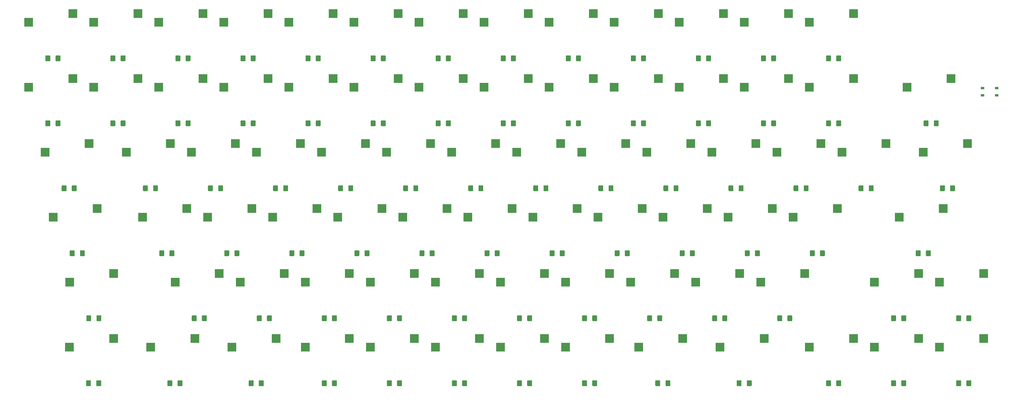
<source format=gbr>
G04 #@! TF.GenerationSoftware,KiCad,Pcbnew,(5.1.6)-1*
G04 #@! TF.CreationDate,2020-08-27T21:51:50+09:00*
G04 #@! TF.ProjectId,keyboard-layouter-playground,6b657962-6f61-4726-942d-6c61796f7574,rev?*
G04 #@! TF.SameCoordinates,Original*
G04 #@! TF.FileFunction,Paste,Bot*
G04 #@! TF.FilePolarity,Positive*
%FSLAX46Y46*%
G04 Gerber Fmt 4.6, Leading zero omitted, Abs format (unit mm)*
G04 Created by KiCad (PCBNEW (5.1.6)-1) date 2020-08-27 21:51:50*
%MOMM*%
%LPD*%
G01*
G04 APERTURE LIST*
%ADD10R,1.050000X0.650000*%
%ADD11R,2.550000X2.500000*%
G04 APERTURE END LIST*
D10*
G04 #@! TO.C,SW_RST1*
X276395000Y-16705000D03*
X272245000Y-16705000D03*
X276395000Y-18855000D03*
X272245000Y-18855000D03*
G04 #@! TD*
D11*
G04 #@! TO.C,SW69*
X259615000Y-73660000D03*
X272542000Y-71120000D03*
G04 #@! TD*
G04 #@! TO.C,D69*
G36*
G01*
X264500000Y-84825000D02*
X264500000Y-83575000D01*
G75*
G02*
X264750000Y-83325000I250000J0D01*
G01*
X265675000Y-83325000D01*
G75*
G02*
X265925000Y-83575000I0J-250000D01*
G01*
X265925000Y-84825000D01*
G75*
G02*
X265675000Y-85075000I-250000J0D01*
G01*
X264750000Y-85075000D01*
G75*
G02*
X264500000Y-84825000I0J250000D01*
G01*
G37*
G36*
G01*
X267475000Y-84825000D02*
X267475000Y-83575000D01*
G75*
G02*
X267725000Y-83325000I250000J0D01*
G01*
X268650000Y-83325000D01*
G75*
G02*
X268900000Y-83575000I0J-250000D01*
G01*
X268900000Y-84825000D01*
G75*
G02*
X268650000Y-85075000I-250000J0D01*
G01*
X267725000Y-85075000D01*
G75*
G02*
X267475000Y-84825000I0J250000D01*
G01*
G37*
G04 #@! TD*
G04 #@! TO.C,SW8*
X139192000Y5080000D03*
X126265000Y2540000D03*
G04 #@! TD*
G04 #@! TO.C,SW45*
X140552500Y-54610000D03*
X153479500Y-52070000D03*
G04 #@! TD*
G04 #@! TO.C,SW43*
X102452500Y-54610000D03*
X115379500Y-52070000D03*
G04 #@! TD*
G04 #@! TO.C,SW104*
X184435500Y-90170000D03*
X171508500Y-92710000D03*
G04 #@! TD*
G04 #@! TO.C,SW202*
X267780000Y-33020000D03*
X254853000Y-35560000D03*
G04 #@! TD*
G04 #@! TO.C,SW101*
X17748000Y-90170000D03*
X4821000Y-92710000D03*
G04 #@! TD*
G04 #@! TO.C,SW102*
X41560500Y-90170000D03*
X28633500Y-92710000D03*
G04 #@! TD*
G04 #@! TO.C,SW602*
X17822600Y-71120000D03*
X4895600Y-73660000D03*
G04 #@! TD*
G04 #@! TO.C,SW105*
X195321000Y-92710000D03*
X208248000Y-90170000D03*
G04 #@! TD*
G04 #@! TO.C,SW201*
X-2322000Y-35560000D03*
X10605000Y-33020000D03*
G04 #@! TD*
G04 #@! TO.C,SW401*
X263017000Y-13970000D03*
X250090000Y-16510000D03*
G04 #@! TD*
G04 #@! TO.C,SW601*
X247783100Y-54610000D03*
X260710100Y-52070000D03*
G04 #@! TD*
G04 #@! TO.C,SW103*
X52446000Y-92710000D03*
X65373000Y-90170000D03*
G04 #@! TD*
G04 #@! TO.C,D38*
G36*
G01*
X235925000Y-46725000D02*
X235925000Y-45475000D01*
G75*
G02*
X236175000Y-45225000I250000J0D01*
G01*
X237100000Y-45225000D01*
G75*
G02*
X237350000Y-45475000I0J-250000D01*
G01*
X237350000Y-46725000D01*
G75*
G02*
X237100000Y-46975000I-250000J0D01*
G01*
X236175000Y-46975000D01*
G75*
G02*
X235925000Y-46725000I0J250000D01*
G01*
G37*
G36*
G01*
X238900000Y-46725000D02*
X238900000Y-45475000D01*
G75*
G02*
X239150000Y-45225000I250000J0D01*
G01*
X240075000Y-45225000D01*
G75*
G02*
X240325000Y-45475000I0J-250000D01*
G01*
X240325000Y-46725000D01*
G75*
G02*
X240075000Y-46975000I-250000J0D01*
G01*
X239150000Y-46975000D01*
G75*
G02*
X238900000Y-46725000I0J250000D01*
G01*
G37*
G04 #@! TD*
G04 #@! TO.C,D40*
G36*
G01*
X53162500Y-65775000D02*
X53162500Y-64525000D01*
G75*
G02*
X53412500Y-64275000I250000J0D01*
G01*
X54337500Y-64275000D01*
G75*
G02*
X54587500Y-64525000I0J-250000D01*
G01*
X54587500Y-65775000D01*
G75*
G02*
X54337500Y-66025000I-250000J0D01*
G01*
X53412500Y-66025000D01*
G75*
G02*
X53162500Y-65775000I0J250000D01*
G01*
G37*
G36*
G01*
X50187500Y-65775000D02*
X50187500Y-64525000D01*
G75*
G02*
X50437500Y-64275000I250000J0D01*
G01*
X51362500Y-64275000D01*
G75*
G02*
X51612500Y-64525000I0J-250000D01*
G01*
X51612500Y-65775000D01*
G75*
G02*
X51362500Y-66025000I-250000J0D01*
G01*
X50437500Y-66025000D01*
G75*
G02*
X50187500Y-65775000I0J250000D01*
G01*
G37*
G04 #@! TD*
G04 #@! TO.C,D19*
G36*
G01*
X96025000Y-27675000D02*
X96025000Y-26425000D01*
G75*
G02*
X96275000Y-26175000I250000J0D01*
G01*
X97200000Y-26175000D01*
G75*
G02*
X97450000Y-26425000I0J-250000D01*
G01*
X97450000Y-27675000D01*
G75*
G02*
X97200000Y-27925000I-250000J0D01*
G01*
X96275000Y-27925000D01*
G75*
G02*
X96025000Y-27675000I0J250000D01*
G01*
G37*
G36*
G01*
X93050000Y-27675000D02*
X93050000Y-26425000D01*
G75*
G02*
X93300000Y-26175000I250000J0D01*
G01*
X94225000Y-26175000D01*
G75*
G02*
X94475000Y-26425000I0J-250000D01*
G01*
X94475000Y-27675000D01*
G75*
G02*
X94225000Y-27925000I-250000J0D01*
G01*
X93300000Y-27925000D01*
G75*
G02*
X93050000Y-27675000I0J250000D01*
G01*
G37*
G04 #@! TD*
G04 #@! TO.C,D26*
G36*
G01*
X226400000Y-27675000D02*
X226400000Y-26425000D01*
G75*
G02*
X226650000Y-26175000I250000J0D01*
G01*
X227575000Y-26175000D01*
G75*
G02*
X227825000Y-26425000I0J-250000D01*
G01*
X227825000Y-27675000D01*
G75*
G02*
X227575000Y-27925000I-250000J0D01*
G01*
X226650000Y-27925000D01*
G75*
G02*
X226400000Y-27675000I0J250000D01*
G01*
G37*
G36*
G01*
X229375000Y-27675000D02*
X229375000Y-26425000D01*
G75*
G02*
X229625000Y-26175000I250000J0D01*
G01*
X230550000Y-26175000D01*
G75*
G02*
X230800000Y-26425000I0J-250000D01*
G01*
X230800000Y-27675000D01*
G75*
G02*
X230550000Y-27925000I-250000J0D01*
G01*
X229625000Y-27925000D01*
G75*
G02*
X229375000Y-27675000I0J250000D01*
G01*
G37*
G04 #@! TD*
G04 #@! TO.C,D31*
G36*
G01*
X105550000Y-46725000D02*
X105550000Y-45475000D01*
G75*
G02*
X105800000Y-45225000I250000J0D01*
G01*
X106725000Y-45225000D01*
G75*
G02*
X106975000Y-45475000I0J-250000D01*
G01*
X106975000Y-46725000D01*
G75*
G02*
X106725000Y-46975000I-250000J0D01*
G01*
X105800000Y-46975000D01*
G75*
G02*
X105550000Y-46725000I0J250000D01*
G01*
G37*
G36*
G01*
X102575000Y-46725000D02*
X102575000Y-45475000D01*
G75*
G02*
X102825000Y-45225000I250000J0D01*
G01*
X103750000Y-45225000D01*
G75*
G02*
X104000000Y-45475000I0J-250000D01*
G01*
X104000000Y-46725000D01*
G75*
G02*
X103750000Y-46975000I-250000J0D01*
G01*
X102825000Y-46975000D01*
G75*
G02*
X102575000Y-46725000I0J250000D01*
G01*
G37*
G04 #@! TD*
G04 #@! TO.C,D32*
G36*
G01*
X124600000Y-46725000D02*
X124600000Y-45475000D01*
G75*
G02*
X124850000Y-45225000I250000J0D01*
G01*
X125775000Y-45225000D01*
G75*
G02*
X126025000Y-45475000I0J-250000D01*
G01*
X126025000Y-46725000D01*
G75*
G02*
X125775000Y-46975000I-250000J0D01*
G01*
X124850000Y-46975000D01*
G75*
G02*
X124600000Y-46725000I0J250000D01*
G01*
G37*
G36*
G01*
X121625000Y-46725000D02*
X121625000Y-45475000D01*
G75*
G02*
X121875000Y-45225000I250000J0D01*
G01*
X122800000Y-45225000D01*
G75*
G02*
X123050000Y-45475000I0J-250000D01*
G01*
X123050000Y-46725000D01*
G75*
G02*
X122800000Y-46975000I-250000J0D01*
G01*
X121875000Y-46975000D01*
G75*
G02*
X121625000Y-46725000I0J250000D01*
G01*
G37*
G04 #@! TD*
G04 #@! TO.C,D15*
G36*
G01*
X16850000Y-27675000D02*
X16850000Y-26425000D01*
G75*
G02*
X17100000Y-26175000I250000J0D01*
G01*
X18025000Y-26175000D01*
G75*
G02*
X18275000Y-26425000I0J-250000D01*
G01*
X18275000Y-27675000D01*
G75*
G02*
X18025000Y-27925000I-250000J0D01*
G01*
X17100000Y-27925000D01*
G75*
G02*
X16850000Y-27675000I0J250000D01*
G01*
G37*
G36*
G01*
X19825000Y-27675000D02*
X19825000Y-26425000D01*
G75*
G02*
X20075000Y-26175000I250000J0D01*
G01*
X21000000Y-26175000D01*
G75*
G02*
X21250000Y-26425000I0J-250000D01*
G01*
X21250000Y-27675000D01*
G75*
G02*
X21000000Y-27925000I-250000J0D01*
G01*
X20075000Y-27925000D01*
G75*
G02*
X19825000Y-27675000I0J250000D01*
G01*
G37*
G04 #@! TD*
G04 #@! TO.C,D16*
G36*
G01*
X35900000Y-27675000D02*
X35900000Y-26425000D01*
G75*
G02*
X36150000Y-26175000I250000J0D01*
G01*
X37075000Y-26175000D01*
G75*
G02*
X37325000Y-26425000I0J-250000D01*
G01*
X37325000Y-27675000D01*
G75*
G02*
X37075000Y-27925000I-250000J0D01*
G01*
X36150000Y-27925000D01*
G75*
G02*
X35900000Y-27675000I0J250000D01*
G01*
G37*
G36*
G01*
X38875000Y-27675000D02*
X38875000Y-26425000D01*
G75*
G02*
X39125000Y-26175000I250000J0D01*
G01*
X40050000Y-26175000D01*
G75*
G02*
X40300000Y-26425000I0J-250000D01*
G01*
X40300000Y-27675000D01*
G75*
G02*
X40050000Y-27925000I-250000J0D01*
G01*
X39125000Y-27925000D01*
G75*
G02*
X38875000Y-27675000I0J250000D01*
G01*
G37*
G04 #@! TD*
G04 #@! TO.C,D35*
G36*
G01*
X178775000Y-46725000D02*
X178775000Y-45475000D01*
G75*
G02*
X179025000Y-45225000I250000J0D01*
G01*
X179950000Y-45225000D01*
G75*
G02*
X180200000Y-45475000I0J-250000D01*
G01*
X180200000Y-46725000D01*
G75*
G02*
X179950000Y-46975000I-250000J0D01*
G01*
X179025000Y-46975000D01*
G75*
G02*
X178775000Y-46725000I0J250000D01*
G01*
G37*
G36*
G01*
X181750000Y-46725000D02*
X181750000Y-45475000D01*
G75*
G02*
X182000000Y-45225000I250000J0D01*
G01*
X182925000Y-45225000D01*
G75*
G02*
X183175000Y-45475000I0J-250000D01*
G01*
X183175000Y-46725000D01*
G75*
G02*
X182925000Y-46975000I-250000J0D01*
G01*
X182000000Y-46975000D01*
G75*
G02*
X181750000Y-46725000I0J250000D01*
G01*
G37*
G04 #@! TD*
G04 #@! TO.C,D30*
G36*
G01*
X86500000Y-46725000D02*
X86500000Y-45475000D01*
G75*
G02*
X86750000Y-45225000I250000J0D01*
G01*
X87675000Y-45225000D01*
G75*
G02*
X87925000Y-45475000I0J-250000D01*
G01*
X87925000Y-46725000D01*
G75*
G02*
X87675000Y-46975000I-250000J0D01*
G01*
X86750000Y-46975000D01*
G75*
G02*
X86500000Y-46725000I0J250000D01*
G01*
G37*
G36*
G01*
X83525000Y-46725000D02*
X83525000Y-45475000D01*
G75*
G02*
X83775000Y-45225000I250000J0D01*
G01*
X84700000Y-45225000D01*
G75*
G02*
X84950000Y-45475000I0J-250000D01*
G01*
X84950000Y-46725000D01*
G75*
G02*
X84700000Y-46975000I-250000J0D01*
G01*
X83775000Y-46975000D01*
G75*
G02*
X83525000Y-46725000I0J250000D01*
G01*
G37*
G04 #@! TD*
G04 #@! TO.C,D36*
G36*
G01*
X197825000Y-46725000D02*
X197825000Y-45475000D01*
G75*
G02*
X198075000Y-45225000I250000J0D01*
G01*
X199000000Y-45225000D01*
G75*
G02*
X199250000Y-45475000I0J-250000D01*
G01*
X199250000Y-46725000D01*
G75*
G02*
X199000000Y-46975000I-250000J0D01*
G01*
X198075000Y-46975000D01*
G75*
G02*
X197825000Y-46725000I0J250000D01*
G01*
G37*
G36*
G01*
X200800000Y-46725000D02*
X200800000Y-45475000D01*
G75*
G02*
X201050000Y-45225000I250000J0D01*
G01*
X201975000Y-45225000D01*
G75*
G02*
X202225000Y-45475000I0J-250000D01*
G01*
X202225000Y-46725000D01*
G75*
G02*
X201975000Y-46975000I-250000J0D01*
G01*
X201050000Y-46975000D01*
G75*
G02*
X200800000Y-46725000I0J250000D01*
G01*
G37*
G04 #@! TD*
G04 #@! TO.C,D12*
G36*
G01*
X210325000Y-8625000D02*
X210325000Y-7375000D01*
G75*
G02*
X210575000Y-7125000I250000J0D01*
G01*
X211500000Y-7125000D01*
G75*
G02*
X211750000Y-7375000I0J-250000D01*
G01*
X211750000Y-8625000D01*
G75*
G02*
X211500000Y-8875000I-250000J0D01*
G01*
X210575000Y-8875000D01*
G75*
G02*
X210325000Y-8625000I0J250000D01*
G01*
G37*
G36*
G01*
X207350000Y-8625000D02*
X207350000Y-7375000D01*
G75*
G02*
X207600000Y-7125000I250000J0D01*
G01*
X208525000Y-7125000D01*
G75*
G02*
X208775000Y-7375000I0J-250000D01*
G01*
X208775000Y-8625000D01*
G75*
G02*
X208525000Y-8875000I-250000J0D01*
G01*
X207600000Y-8875000D01*
G75*
G02*
X207350000Y-8625000I0J250000D01*
G01*
G37*
G04 #@! TD*
G04 #@! TO.C,D14*
G36*
G01*
X775000Y-27675000D02*
X775000Y-26425000D01*
G75*
G02*
X1025000Y-26175000I250000J0D01*
G01*
X1950000Y-26175000D01*
G75*
G02*
X2200000Y-26425000I0J-250000D01*
G01*
X2200000Y-27675000D01*
G75*
G02*
X1950000Y-27925000I-250000J0D01*
G01*
X1025000Y-27925000D01*
G75*
G02*
X775000Y-27675000I0J250000D01*
G01*
G37*
G36*
G01*
X-2200000Y-27675000D02*
X-2200000Y-26425000D01*
G75*
G02*
X-1950000Y-26175000I250000J0D01*
G01*
X-1025000Y-26175000D01*
G75*
G02*
X-775000Y-26425000I0J-250000D01*
G01*
X-775000Y-27675000D01*
G75*
G02*
X-1025000Y-27925000I-250000J0D01*
G01*
X-1950000Y-27925000D01*
G75*
G02*
X-2200000Y-27675000I0J250000D01*
G01*
G37*
G04 #@! TD*
G04 #@! TO.C,D17*
G36*
G01*
X54950000Y-27675000D02*
X54950000Y-26425000D01*
G75*
G02*
X55200000Y-26175000I250000J0D01*
G01*
X56125000Y-26175000D01*
G75*
G02*
X56375000Y-26425000I0J-250000D01*
G01*
X56375000Y-27675000D01*
G75*
G02*
X56125000Y-27925000I-250000J0D01*
G01*
X55200000Y-27925000D01*
G75*
G02*
X54950000Y-27675000I0J250000D01*
G01*
G37*
G36*
G01*
X57925000Y-27675000D02*
X57925000Y-26425000D01*
G75*
G02*
X58175000Y-26175000I250000J0D01*
G01*
X59100000Y-26175000D01*
G75*
G02*
X59350000Y-26425000I0J-250000D01*
G01*
X59350000Y-27675000D01*
G75*
G02*
X59100000Y-27925000I-250000J0D01*
G01*
X58175000Y-27925000D01*
G75*
G02*
X57925000Y-27675000I0J250000D01*
G01*
G37*
G04 #@! TD*
G04 #@! TO.C,D13*
G36*
G01*
X226400000Y-8625000D02*
X226400000Y-7375000D01*
G75*
G02*
X226650000Y-7125000I250000J0D01*
G01*
X227575000Y-7125000D01*
G75*
G02*
X227825000Y-7375000I0J-250000D01*
G01*
X227825000Y-8625000D01*
G75*
G02*
X227575000Y-8875000I-250000J0D01*
G01*
X226650000Y-8875000D01*
G75*
G02*
X226400000Y-8625000I0J250000D01*
G01*
G37*
G36*
G01*
X229375000Y-8625000D02*
X229375000Y-7375000D01*
G75*
G02*
X229625000Y-7125000I250000J0D01*
G01*
X230550000Y-7125000D01*
G75*
G02*
X230800000Y-7375000I0J-250000D01*
G01*
X230800000Y-8625000D01*
G75*
G02*
X230550000Y-8875000I-250000J0D01*
G01*
X229625000Y-8875000D01*
G75*
G02*
X229375000Y-8625000I0J250000D01*
G01*
G37*
G04 #@! TD*
G04 #@! TO.C,D18*
G36*
G01*
X74000000Y-27675000D02*
X74000000Y-26425000D01*
G75*
G02*
X74250000Y-26175000I250000J0D01*
G01*
X75175000Y-26175000D01*
G75*
G02*
X75425000Y-26425000I0J-250000D01*
G01*
X75425000Y-27675000D01*
G75*
G02*
X75175000Y-27925000I-250000J0D01*
G01*
X74250000Y-27925000D01*
G75*
G02*
X74000000Y-27675000I0J250000D01*
G01*
G37*
G36*
G01*
X76975000Y-27675000D02*
X76975000Y-26425000D01*
G75*
G02*
X77225000Y-26175000I250000J0D01*
G01*
X78150000Y-26175000D01*
G75*
G02*
X78400000Y-26425000I0J-250000D01*
G01*
X78400000Y-27675000D01*
G75*
G02*
X78150000Y-27925000I-250000J0D01*
G01*
X77225000Y-27925000D01*
G75*
G02*
X76975000Y-27675000I0J250000D01*
G01*
G37*
G04 #@! TD*
G04 #@! TO.C,D21*
G36*
G01*
X131150000Y-27675000D02*
X131150000Y-26425000D01*
G75*
G02*
X131400000Y-26175000I250000J0D01*
G01*
X132325000Y-26175000D01*
G75*
G02*
X132575000Y-26425000I0J-250000D01*
G01*
X132575000Y-27675000D01*
G75*
G02*
X132325000Y-27925000I-250000J0D01*
G01*
X131400000Y-27925000D01*
G75*
G02*
X131150000Y-27675000I0J250000D01*
G01*
G37*
G36*
G01*
X134125000Y-27675000D02*
X134125000Y-26425000D01*
G75*
G02*
X134375000Y-26175000I250000J0D01*
G01*
X135300000Y-26175000D01*
G75*
G02*
X135550000Y-26425000I0J-250000D01*
G01*
X135550000Y-27675000D01*
G75*
G02*
X135300000Y-27925000I-250000J0D01*
G01*
X134375000Y-27925000D01*
G75*
G02*
X134125000Y-27675000I0J250000D01*
G01*
G37*
G04 #@! TD*
G04 #@! TO.C,D23*
G36*
G01*
X169250000Y-27675000D02*
X169250000Y-26425000D01*
G75*
G02*
X169500000Y-26175000I250000J0D01*
G01*
X170425000Y-26175000D01*
G75*
G02*
X170675000Y-26425000I0J-250000D01*
G01*
X170675000Y-27675000D01*
G75*
G02*
X170425000Y-27925000I-250000J0D01*
G01*
X169500000Y-27925000D01*
G75*
G02*
X169250000Y-27675000I0J250000D01*
G01*
G37*
G36*
G01*
X172225000Y-27675000D02*
X172225000Y-26425000D01*
G75*
G02*
X172475000Y-26175000I250000J0D01*
G01*
X173400000Y-26175000D01*
G75*
G02*
X173650000Y-26425000I0J-250000D01*
G01*
X173650000Y-27675000D01*
G75*
G02*
X173400000Y-27925000I-250000J0D01*
G01*
X172475000Y-27925000D01*
G75*
G02*
X172225000Y-27675000I0J250000D01*
G01*
G37*
G04 #@! TD*
G04 #@! TO.C,D27*
G36*
G01*
X29350000Y-46725000D02*
X29350000Y-45475000D01*
G75*
G02*
X29600000Y-45225000I250000J0D01*
G01*
X30525000Y-45225000D01*
G75*
G02*
X30775000Y-45475000I0J-250000D01*
G01*
X30775000Y-46725000D01*
G75*
G02*
X30525000Y-46975000I-250000J0D01*
G01*
X29600000Y-46975000D01*
G75*
G02*
X29350000Y-46725000I0J250000D01*
G01*
G37*
G36*
G01*
X26375000Y-46725000D02*
X26375000Y-45475000D01*
G75*
G02*
X26625000Y-45225000I250000J0D01*
G01*
X27550000Y-45225000D01*
G75*
G02*
X27800000Y-45475000I0J-250000D01*
G01*
X27800000Y-46725000D01*
G75*
G02*
X27550000Y-46975000I-250000J0D01*
G01*
X26625000Y-46975000D01*
G75*
G02*
X26375000Y-46725000I0J250000D01*
G01*
G37*
G04 #@! TD*
G04 #@! TO.C,D28*
G36*
G01*
X48400000Y-46725000D02*
X48400000Y-45475000D01*
G75*
G02*
X48650000Y-45225000I250000J0D01*
G01*
X49575000Y-45225000D01*
G75*
G02*
X49825000Y-45475000I0J-250000D01*
G01*
X49825000Y-46725000D01*
G75*
G02*
X49575000Y-46975000I-250000J0D01*
G01*
X48650000Y-46975000D01*
G75*
G02*
X48400000Y-46725000I0J250000D01*
G01*
G37*
G36*
G01*
X45425000Y-46725000D02*
X45425000Y-45475000D01*
G75*
G02*
X45675000Y-45225000I250000J0D01*
G01*
X46600000Y-45225000D01*
G75*
G02*
X46850000Y-45475000I0J-250000D01*
G01*
X46850000Y-46725000D01*
G75*
G02*
X46600000Y-46975000I-250000J0D01*
G01*
X45675000Y-46975000D01*
G75*
G02*
X45425000Y-46725000I0J250000D01*
G01*
G37*
G04 #@! TD*
G04 #@! TO.C,D22*
G36*
G01*
X150200000Y-27675000D02*
X150200000Y-26425000D01*
G75*
G02*
X150450000Y-26175000I250000J0D01*
G01*
X151375000Y-26175000D01*
G75*
G02*
X151625000Y-26425000I0J-250000D01*
G01*
X151625000Y-27675000D01*
G75*
G02*
X151375000Y-27925000I-250000J0D01*
G01*
X150450000Y-27925000D01*
G75*
G02*
X150200000Y-27675000I0J250000D01*
G01*
G37*
G36*
G01*
X153175000Y-27675000D02*
X153175000Y-26425000D01*
G75*
G02*
X153425000Y-26175000I250000J0D01*
G01*
X154350000Y-26175000D01*
G75*
G02*
X154600000Y-26425000I0J-250000D01*
G01*
X154600000Y-27675000D01*
G75*
G02*
X154350000Y-27925000I-250000J0D01*
G01*
X153425000Y-27925000D01*
G75*
G02*
X153175000Y-27675000I0J250000D01*
G01*
G37*
G04 #@! TD*
G04 #@! TO.C,D29*
G36*
G01*
X67450000Y-46725000D02*
X67450000Y-45475000D01*
G75*
G02*
X67700000Y-45225000I250000J0D01*
G01*
X68625000Y-45225000D01*
G75*
G02*
X68875000Y-45475000I0J-250000D01*
G01*
X68875000Y-46725000D01*
G75*
G02*
X68625000Y-46975000I-250000J0D01*
G01*
X67700000Y-46975000D01*
G75*
G02*
X67450000Y-46725000I0J250000D01*
G01*
G37*
G36*
G01*
X64475000Y-46725000D02*
X64475000Y-45475000D01*
G75*
G02*
X64725000Y-45225000I250000J0D01*
G01*
X65650000Y-45225000D01*
G75*
G02*
X65900000Y-45475000I0J-250000D01*
G01*
X65900000Y-46725000D01*
G75*
G02*
X65650000Y-46975000I-250000J0D01*
G01*
X64725000Y-46975000D01*
G75*
G02*
X64475000Y-46725000I0J250000D01*
G01*
G37*
G04 #@! TD*
G04 #@! TO.C,D25*
G36*
G01*
X207350000Y-27675000D02*
X207350000Y-26425000D01*
G75*
G02*
X207600000Y-26175000I250000J0D01*
G01*
X208525000Y-26175000D01*
G75*
G02*
X208775000Y-26425000I0J-250000D01*
G01*
X208775000Y-27675000D01*
G75*
G02*
X208525000Y-27925000I-250000J0D01*
G01*
X207600000Y-27925000D01*
G75*
G02*
X207350000Y-27675000I0J250000D01*
G01*
G37*
G36*
G01*
X210325000Y-27675000D02*
X210325000Y-26425000D01*
G75*
G02*
X210575000Y-26175000I250000J0D01*
G01*
X211500000Y-26175000D01*
G75*
G02*
X211750000Y-26425000I0J-250000D01*
G01*
X211750000Y-27675000D01*
G75*
G02*
X211500000Y-27925000I-250000J0D01*
G01*
X210575000Y-27925000D01*
G75*
G02*
X210325000Y-27675000I0J250000D01*
G01*
G37*
G04 #@! TD*
G04 #@! TO.C,D33*
G36*
G01*
X140675000Y-46725000D02*
X140675000Y-45475000D01*
G75*
G02*
X140925000Y-45225000I250000J0D01*
G01*
X141850000Y-45225000D01*
G75*
G02*
X142100000Y-45475000I0J-250000D01*
G01*
X142100000Y-46725000D01*
G75*
G02*
X141850000Y-46975000I-250000J0D01*
G01*
X140925000Y-46975000D01*
G75*
G02*
X140675000Y-46725000I0J250000D01*
G01*
G37*
G36*
G01*
X143650000Y-46725000D02*
X143650000Y-45475000D01*
G75*
G02*
X143900000Y-45225000I250000J0D01*
G01*
X144825000Y-45225000D01*
G75*
G02*
X145075000Y-45475000I0J-250000D01*
G01*
X145075000Y-46725000D01*
G75*
G02*
X144825000Y-46975000I-250000J0D01*
G01*
X143900000Y-46975000D01*
G75*
G02*
X143650000Y-46725000I0J250000D01*
G01*
G37*
G04 #@! TD*
G04 #@! TO.C,D20*
G36*
G01*
X112100000Y-27675000D02*
X112100000Y-26425000D01*
G75*
G02*
X112350000Y-26175000I250000J0D01*
G01*
X113275000Y-26175000D01*
G75*
G02*
X113525000Y-26425000I0J-250000D01*
G01*
X113525000Y-27675000D01*
G75*
G02*
X113275000Y-27925000I-250000J0D01*
G01*
X112350000Y-27925000D01*
G75*
G02*
X112100000Y-27675000I0J250000D01*
G01*
G37*
G36*
G01*
X115075000Y-27675000D02*
X115075000Y-26425000D01*
G75*
G02*
X115325000Y-26175000I250000J0D01*
G01*
X116250000Y-26175000D01*
G75*
G02*
X116500000Y-26425000I0J-250000D01*
G01*
X116500000Y-27675000D01*
G75*
G02*
X116250000Y-27925000I-250000J0D01*
G01*
X115325000Y-27925000D01*
G75*
G02*
X115075000Y-27675000I0J250000D01*
G01*
G37*
G04 #@! TD*
G04 #@! TO.C,D34*
G36*
G01*
X162700000Y-46725000D02*
X162700000Y-45475000D01*
G75*
G02*
X162950000Y-45225000I250000J0D01*
G01*
X163875000Y-45225000D01*
G75*
G02*
X164125000Y-45475000I0J-250000D01*
G01*
X164125000Y-46725000D01*
G75*
G02*
X163875000Y-46975000I-250000J0D01*
G01*
X162950000Y-46975000D01*
G75*
G02*
X162700000Y-46725000I0J250000D01*
G01*
G37*
G36*
G01*
X159725000Y-46725000D02*
X159725000Y-45475000D01*
G75*
G02*
X159975000Y-45225000I250000J0D01*
G01*
X160900000Y-45225000D01*
G75*
G02*
X161150000Y-45475000I0J-250000D01*
G01*
X161150000Y-46725000D01*
G75*
G02*
X160900000Y-46975000I-250000J0D01*
G01*
X159975000Y-46975000D01*
G75*
G02*
X159725000Y-46725000I0J250000D01*
G01*
G37*
G04 #@! TD*
G04 #@! TO.C,D37*
G36*
G01*
X216875000Y-46725000D02*
X216875000Y-45475000D01*
G75*
G02*
X217125000Y-45225000I250000J0D01*
G01*
X218050000Y-45225000D01*
G75*
G02*
X218300000Y-45475000I0J-250000D01*
G01*
X218300000Y-46725000D01*
G75*
G02*
X218050000Y-46975000I-250000J0D01*
G01*
X217125000Y-46975000D01*
G75*
G02*
X216875000Y-46725000I0J250000D01*
G01*
G37*
G36*
G01*
X219850000Y-46725000D02*
X219850000Y-45475000D01*
G75*
G02*
X220100000Y-45225000I250000J0D01*
G01*
X221025000Y-45225000D01*
G75*
G02*
X221275000Y-45475000I0J-250000D01*
G01*
X221275000Y-46725000D01*
G75*
G02*
X221025000Y-46975000I-250000J0D01*
G01*
X220100000Y-46975000D01*
G75*
G02*
X219850000Y-46725000I0J250000D01*
G01*
G37*
G04 #@! TD*
G04 #@! TO.C,D24*
G36*
G01*
X188300000Y-27675000D02*
X188300000Y-26425000D01*
G75*
G02*
X188550000Y-26175000I250000J0D01*
G01*
X189475000Y-26175000D01*
G75*
G02*
X189725000Y-26425000I0J-250000D01*
G01*
X189725000Y-27675000D01*
G75*
G02*
X189475000Y-27925000I-250000J0D01*
G01*
X188550000Y-27925000D01*
G75*
G02*
X188300000Y-27675000I0J250000D01*
G01*
G37*
G36*
G01*
X191275000Y-27675000D02*
X191275000Y-26425000D01*
G75*
G02*
X191525000Y-26175000I250000J0D01*
G01*
X192450000Y-26175000D01*
G75*
G02*
X192700000Y-26425000I0J-250000D01*
G01*
X192700000Y-27675000D01*
G75*
G02*
X192450000Y-27925000I-250000J0D01*
G01*
X191525000Y-27925000D01*
G75*
G02*
X191275000Y-27675000I0J250000D01*
G01*
G37*
G04 #@! TD*
G04 #@! TO.C,D39*
G36*
G01*
X31137500Y-65775000D02*
X31137500Y-64525000D01*
G75*
G02*
X31387500Y-64275000I250000J0D01*
G01*
X32312500Y-64275000D01*
G75*
G02*
X32562500Y-64525000I0J-250000D01*
G01*
X32562500Y-65775000D01*
G75*
G02*
X32312500Y-66025000I-250000J0D01*
G01*
X31387500Y-66025000D01*
G75*
G02*
X31137500Y-65775000I0J250000D01*
G01*
G37*
G36*
G01*
X34112500Y-65775000D02*
X34112500Y-64525000D01*
G75*
G02*
X34362500Y-64275000I250000J0D01*
G01*
X35287500Y-64275000D01*
G75*
G02*
X35537500Y-64525000I0J-250000D01*
G01*
X35537500Y-65775000D01*
G75*
G02*
X35287500Y-66025000I-250000J0D01*
G01*
X34362500Y-66025000D01*
G75*
G02*
X34112500Y-65775000I0J250000D01*
G01*
G37*
G04 #@! TD*
G04 #@! TO.C,D42*
G36*
G01*
X88287500Y-65775000D02*
X88287500Y-64525000D01*
G75*
G02*
X88537500Y-64275000I250000J0D01*
G01*
X89462500Y-64275000D01*
G75*
G02*
X89712500Y-64525000I0J-250000D01*
G01*
X89712500Y-65775000D01*
G75*
G02*
X89462500Y-66025000I-250000J0D01*
G01*
X88537500Y-66025000D01*
G75*
G02*
X88287500Y-65775000I0J250000D01*
G01*
G37*
G36*
G01*
X91262500Y-65775000D02*
X91262500Y-64525000D01*
G75*
G02*
X91512500Y-64275000I250000J0D01*
G01*
X92437500Y-64275000D01*
G75*
G02*
X92687500Y-64525000I0J-250000D01*
G01*
X92687500Y-65775000D01*
G75*
G02*
X92437500Y-66025000I-250000J0D01*
G01*
X91512500Y-66025000D01*
G75*
G02*
X91262500Y-65775000I0J250000D01*
G01*
G37*
G04 #@! TD*
G04 #@! TO.C,D50*
G36*
G01*
X43637500Y-84825000D02*
X43637500Y-83575000D01*
G75*
G02*
X43887500Y-83325000I250000J0D01*
G01*
X44812500Y-83325000D01*
G75*
G02*
X45062500Y-83575000I0J-250000D01*
G01*
X45062500Y-84825000D01*
G75*
G02*
X44812500Y-85075000I-250000J0D01*
G01*
X43887500Y-85075000D01*
G75*
G02*
X43637500Y-84825000I0J250000D01*
G01*
G37*
G36*
G01*
X40662500Y-84825000D02*
X40662500Y-83575000D01*
G75*
G02*
X40912500Y-83325000I250000J0D01*
G01*
X41837500Y-83325000D01*
G75*
G02*
X42087500Y-83575000I0J-250000D01*
G01*
X42087500Y-84825000D01*
G75*
G02*
X41837500Y-85075000I-250000J0D01*
G01*
X40912500Y-85075000D01*
G75*
G02*
X40662500Y-84825000I0J250000D01*
G01*
G37*
G04 #@! TD*
G04 #@! TO.C,D51*
G36*
G01*
X62687500Y-84825000D02*
X62687500Y-83575000D01*
G75*
G02*
X62937500Y-83325000I250000J0D01*
G01*
X63862500Y-83325000D01*
G75*
G02*
X64112500Y-83575000I0J-250000D01*
G01*
X64112500Y-84825000D01*
G75*
G02*
X63862500Y-85075000I-250000J0D01*
G01*
X62937500Y-85075000D01*
G75*
G02*
X62687500Y-84825000I0J250000D01*
G01*
G37*
G36*
G01*
X59712500Y-84825000D02*
X59712500Y-83575000D01*
G75*
G02*
X59962500Y-83325000I250000J0D01*
G01*
X60887500Y-83325000D01*
G75*
G02*
X61137500Y-83575000I0J-250000D01*
G01*
X61137500Y-84825000D01*
G75*
G02*
X60887500Y-85075000I-250000J0D01*
G01*
X59962500Y-85075000D01*
G75*
G02*
X59712500Y-84825000I0J250000D01*
G01*
G37*
G04 #@! TD*
G04 #@! TO.C,D59*
G36*
G01*
X215087500Y-84825000D02*
X215087500Y-83575000D01*
G75*
G02*
X215337500Y-83325000I250000J0D01*
G01*
X216262500Y-83325000D01*
G75*
G02*
X216512500Y-83575000I0J-250000D01*
G01*
X216512500Y-84825000D01*
G75*
G02*
X216262500Y-85075000I-250000J0D01*
G01*
X215337500Y-85075000D01*
G75*
G02*
X215087500Y-84825000I0J250000D01*
G01*
G37*
G36*
G01*
X212112500Y-84825000D02*
X212112500Y-83575000D01*
G75*
G02*
X212362500Y-83325000I250000J0D01*
G01*
X213287500Y-83325000D01*
G75*
G02*
X213537500Y-83575000I0J-250000D01*
G01*
X213537500Y-84825000D01*
G75*
G02*
X213287500Y-85075000I-250000J0D01*
G01*
X212362500Y-85075000D01*
G75*
G02*
X212112500Y-84825000I0J250000D01*
G01*
G37*
G04 #@! TD*
G04 #@! TO.C,D63*
G36*
G01*
X135912500Y-103875000D02*
X135912500Y-102625000D01*
G75*
G02*
X136162500Y-102375000I250000J0D01*
G01*
X137087500Y-102375000D01*
G75*
G02*
X137337500Y-102625000I0J-250000D01*
G01*
X137337500Y-103875000D01*
G75*
G02*
X137087500Y-104125000I-250000J0D01*
G01*
X136162500Y-104125000D01*
G75*
G02*
X135912500Y-103875000I0J250000D01*
G01*
G37*
G36*
G01*
X138887500Y-103875000D02*
X138887500Y-102625000D01*
G75*
G02*
X139137500Y-102375000I250000J0D01*
G01*
X140062500Y-102375000D01*
G75*
G02*
X140312500Y-102625000I0J-250000D01*
G01*
X140312500Y-103875000D01*
G75*
G02*
X140062500Y-104125000I-250000J0D01*
G01*
X139137500Y-104125000D01*
G75*
G02*
X138887500Y-103875000I0J250000D01*
G01*
G37*
G04 #@! TD*
G04 #@! TO.C,D43*
G36*
G01*
X107337500Y-65775000D02*
X107337500Y-64525000D01*
G75*
G02*
X107587500Y-64275000I250000J0D01*
G01*
X108512500Y-64275000D01*
G75*
G02*
X108762500Y-64525000I0J-250000D01*
G01*
X108762500Y-65775000D01*
G75*
G02*
X108512500Y-66025000I-250000J0D01*
G01*
X107587500Y-66025000D01*
G75*
G02*
X107337500Y-65775000I0J250000D01*
G01*
G37*
G36*
G01*
X110312500Y-65775000D02*
X110312500Y-64525000D01*
G75*
G02*
X110562500Y-64275000I250000J0D01*
G01*
X111487500Y-64275000D01*
G75*
G02*
X111737500Y-64525000I0J-250000D01*
G01*
X111737500Y-65775000D01*
G75*
G02*
X111487500Y-66025000I-250000J0D01*
G01*
X110562500Y-66025000D01*
G75*
G02*
X110312500Y-65775000I0J250000D01*
G01*
G37*
G04 #@! TD*
G04 #@! TO.C,D44*
G36*
G01*
X126387500Y-65775000D02*
X126387500Y-64525000D01*
G75*
G02*
X126637500Y-64275000I250000J0D01*
G01*
X127562500Y-64275000D01*
G75*
G02*
X127812500Y-64525000I0J-250000D01*
G01*
X127812500Y-65775000D01*
G75*
G02*
X127562500Y-66025000I-250000J0D01*
G01*
X126637500Y-66025000D01*
G75*
G02*
X126387500Y-65775000I0J250000D01*
G01*
G37*
G36*
G01*
X129362500Y-65775000D02*
X129362500Y-64525000D01*
G75*
G02*
X129612500Y-64275000I250000J0D01*
G01*
X130537500Y-64275000D01*
G75*
G02*
X130787500Y-64525000I0J-250000D01*
G01*
X130787500Y-65775000D01*
G75*
G02*
X130537500Y-66025000I-250000J0D01*
G01*
X129612500Y-66025000D01*
G75*
G02*
X129362500Y-65775000I0J250000D01*
G01*
G37*
G04 #@! TD*
G04 #@! TO.C,D64*
G36*
G01*
X154962500Y-103875000D02*
X154962500Y-102625000D01*
G75*
G02*
X155212500Y-102375000I250000J0D01*
G01*
X156137500Y-102375000D01*
G75*
G02*
X156387500Y-102625000I0J-250000D01*
G01*
X156387500Y-103875000D01*
G75*
G02*
X156137500Y-104125000I-250000J0D01*
G01*
X155212500Y-104125000D01*
G75*
G02*
X154962500Y-103875000I0J250000D01*
G01*
G37*
G36*
G01*
X157937500Y-103875000D02*
X157937500Y-102625000D01*
G75*
G02*
X158187500Y-102375000I250000J0D01*
G01*
X159112500Y-102375000D01*
G75*
G02*
X159362500Y-102625000I0J-250000D01*
G01*
X159362500Y-103875000D01*
G75*
G02*
X159112500Y-104125000I-250000J0D01*
G01*
X158187500Y-104125000D01*
G75*
G02*
X157937500Y-103875000I0J250000D01*
G01*
G37*
G04 #@! TD*
G04 #@! TO.C,D65*
G36*
G01*
X248425000Y-84825000D02*
X248425000Y-83575000D01*
G75*
G02*
X248675000Y-83325000I250000J0D01*
G01*
X249600000Y-83325000D01*
G75*
G02*
X249850000Y-83575000I0J-250000D01*
G01*
X249850000Y-84825000D01*
G75*
G02*
X249600000Y-85075000I-250000J0D01*
G01*
X248675000Y-85075000D01*
G75*
G02*
X248425000Y-84825000I0J250000D01*
G01*
G37*
G36*
G01*
X245450000Y-84825000D02*
X245450000Y-83575000D01*
G75*
G02*
X245700000Y-83325000I250000J0D01*
G01*
X246625000Y-83325000D01*
G75*
G02*
X246875000Y-83575000I0J-250000D01*
G01*
X246875000Y-84825000D01*
G75*
G02*
X246625000Y-85075000I-250000J0D01*
G01*
X245700000Y-85075000D01*
G75*
G02*
X245450000Y-84825000I0J250000D01*
G01*
G37*
G04 #@! TD*
G04 #@! TO.C,D48*
G36*
G01*
X205562500Y-65775000D02*
X205562500Y-64525000D01*
G75*
G02*
X205812500Y-64275000I250000J0D01*
G01*
X206737500Y-64275000D01*
G75*
G02*
X206987500Y-64525000I0J-250000D01*
G01*
X206987500Y-65775000D01*
G75*
G02*
X206737500Y-66025000I-250000J0D01*
G01*
X205812500Y-66025000D01*
G75*
G02*
X205562500Y-65775000I0J250000D01*
G01*
G37*
G36*
G01*
X202587500Y-65775000D02*
X202587500Y-64525000D01*
G75*
G02*
X202837500Y-64275000I250000J0D01*
G01*
X203762500Y-64275000D01*
G75*
G02*
X204012500Y-64525000I0J-250000D01*
G01*
X204012500Y-65775000D01*
G75*
G02*
X203762500Y-66025000I-250000J0D01*
G01*
X202837500Y-66025000D01*
G75*
G02*
X202587500Y-65775000I0J250000D01*
G01*
G37*
G04 #@! TD*
G04 #@! TO.C,D61*
G36*
G01*
X97812500Y-103875000D02*
X97812500Y-102625000D01*
G75*
G02*
X98062500Y-102375000I250000J0D01*
G01*
X98987500Y-102375000D01*
G75*
G02*
X99237500Y-102625000I0J-250000D01*
G01*
X99237500Y-103875000D01*
G75*
G02*
X98987500Y-104125000I-250000J0D01*
G01*
X98062500Y-104125000D01*
G75*
G02*
X97812500Y-103875000I0J250000D01*
G01*
G37*
G36*
G01*
X100787500Y-103875000D02*
X100787500Y-102625000D01*
G75*
G02*
X101037500Y-102375000I250000J0D01*
G01*
X101962500Y-102375000D01*
G75*
G02*
X102212500Y-102625000I0J-250000D01*
G01*
X102212500Y-103875000D01*
G75*
G02*
X101962500Y-104125000I-250000J0D01*
G01*
X101037500Y-104125000D01*
G75*
G02*
X100787500Y-103875000I0J250000D01*
G01*
G37*
G04 #@! TD*
G04 #@! TO.C,D62*
G36*
G01*
X116862500Y-103875000D02*
X116862500Y-102625000D01*
G75*
G02*
X117112500Y-102375000I250000J0D01*
G01*
X118037500Y-102375000D01*
G75*
G02*
X118287500Y-102625000I0J-250000D01*
G01*
X118287500Y-103875000D01*
G75*
G02*
X118037500Y-104125000I-250000J0D01*
G01*
X117112500Y-104125000D01*
G75*
G02*
X116862500Y-103875000I0J250000D01*
G01*
G37*
G36*
G01*
X119837500Y-103875000D02*
X119837500Y-102625000D01*
G75*
G02*
X120087500Y-102375000I250000J0D01*
G01*
X121012500Y-102375000D01*
G75*
G02*
X121262500Y-102625000I0J-250000D01*
G01*
X121262500Y-103875000D01*
G75*
G02*
X121012500Y-104125000I-250000J0D01*
G01*
X120087500Y-104125000D01*
G75*
G02*
X119837500Y-103875000I0J250000D01*
G01*
G37*
G04 #@! TD*
G04 #@! TO.C,D66*
G36*
G01*
X229375000Y-103875000D02*
X229375000Y-102625000D01*
G75*
G02*
X229625000Y-102375000I250000J0D01*
G01*
X230550000Y-102375000D01*
G75*
G02*
X230800000Y-102625000I0J-250000D01*
G01*
X230800000Y-103875000D01*
G75*
G02*
X230550000Y-104125000I-250000J0D01*
G01*
X229625000Y-104125000D01*
G75*
G02*
X229375000Y-103875000I0J250000D01*
G01*
G37*
G36*
G01*
X226400000Y-103875000D02*
X226400000Y-102625000D01*
G75*
G02*
X226650000Y-102375000I250000J0D01*
G01*
X227575000Y-102375000D01*
G75*
G02*
X227825000Y-102625000I0J-250000D01*
G01*
X227825000Y-103875000D01*
G75*
G02*
X227575000Y-104125000I-250000J0D01*
G01*
X226650000Y-104125000D01*
G75*
G02*
X226400000Y-103875000I0J250000D01*
G01*
G37*
G04 #@! TD*
G04 #@! TO.C,D60*
G36*
G01*
X81737500Y-103875000D02*
X81737500Y-102625000D01*
G75*
G02*
X81987500Y-102375000I250000J0D01*
G01*
X82912500Y-102375000D01*
G75*
G02*
X83162500Y-102625000I0J-250000D01*
G01*
X83162500Y-103875000D01*
G75*
G02*
X82912500Y-104125000I-250000J0D01*
G01*
X81987500Y-104125000D01*
G75*
G02*
X81737500Y-103875000I0J250000D01*
G01*
G37*
G36*
G01*
X78762500Y-103875000D02*
X78762500Y-102625000D01*
G75*
G02*
X79012500Y-102375000I250000J0D01*
G01*
X79937500Y-102375000D01*
G75*
G02*
X80187500Y-102625000I0J-250000D01*
G01*
X80187500Y-103875000D01*
G75*
G02*
X79937500Y-104125000I-250000J0D01*
G01*
X79012500Y-104125000D01*
G75*
G02*
X78762500Y-103875000I0J250000D01*
G01*
G37*
G04 #@! TD*
G04 #@! TO.C,D67*
G36*
G01*
X248425000Y-103875000D02*
X248425000Y-102625000D01*
G75*
G02*
X248675000Y-102375000I250000J0D01*
G01*
X249600000Y-102375000D01*
G75*
G02*
X249850000Y-102625000I0J-250000D01*
G01*
X249850000Y-103875000D01*
G75*
G02*
X249600000Y-104125000I-250000J0D01*
G01*
X248675000Y-104125000D01*
G75*
G02*
X248425000Y-103875000I0J250000D01*
G01*
G37*
G36*
G01*
X245450000Y-103875000D02*
X245450000Y-102625000D01*
G75*
G02*
X245700000Y-102375000I250000J0D01*
G01*
X246625000Y-102375000D01*
G75*
G02*
X246875000Y-102625000I0J-250000D01*
G01*
X246875000Y-103875000D01*
G75*
G02*
X246625000Y-104125000I-250000J0D01*
G01*
X245700000Y-104125000D01*
G75*
G02*
X245450000Y-103875000I0J250000D01*
G01*
G37*
G04 #@! TD*
G04 #@! TO.C,D56*
G36*
G01*
X154962500Y-84825000D02*
X154962500Y-83575000D01*
G75*
G02*
X155212500Y-83325000I250000J0D01*
G01*
X156137500Y-83325000D01*
G75*
G02*
X156387500Y-83575000I0J-250000D01*
G01*
X156387500Y-84825000D01*
G75*
G02*
X156137500Y-85075000I-250000J0D01*
G01*
X155212500Y-85075000D01*
G75*
G02*
X154962500Y-84825000I0J250000D01*
G01*
G37*
G36*
G01*
X157937500Y-84825000D02*
X157937500Y-83575000D01*
G75*
G02*
X158187500Y-83325000I250000J0D01*
G01*
X159112500Y-83325000D01*
G75*
G02*
X159362500Y-83575000I0J-250000D01*
G01*
X159362500Y-84825000D01*
G75*
G02*
X159112500Y-85075000I-250000J0D01*
G01*
X158187500Y-85075000D01*
G75*
G02*
X157937500Y-84825000I0J250000D01*
G01*
G37*
G04 #@! TD*
G04 #@! TO.C,D45*
G36*
G01*
X145437500Y-65775000D02*
X145437500Y-64525000D01*
G75*
G02*
X145687500Y-64275000I250000J0D01*
G01*
X146612500Y-64275000D01*
G75*
G02*
X146862500Y-64525000I0J-250000D01*
G01*
X146862500Y-65775000D01*
G75*
G02*
X146612500Y-66025000I-250000J0D01*
G01*
X145687500Y-66025000D01*
G75*
G02*
X145437500Y-65775000I0J250000D01*
G01*
G37*
G36*
G01*
X148412500Y-65775000D02*
X148412500Y-64525000D01*
G75*
G02*
X148662500Y-64275000I250000J0D01*
G01*
X149587500Y-64275000D01*
G75*
G02*
X149837500Y-64525000I0J-250000D01*
G01*
X149837500Y-65775000D01*
G75*
G02*
X149587500Y-66025000I-250000J0D01*
G01*
X148662500Y-66025000D01*
G75*
G02*
X148412500Y-65775000I0J250000D01*
G01*
G37*
G04 #@! TD*
G04 #@! TO.C,D58*
G36*
G01*
X193062500Y-84825000D02*
X193062500Y-83575000D01*
G75*
G02*
X193312500Y-83325000I250000J0D01*
G01*
X194237500Y-83325000D01*
G75*
G02*
X194487500Y-83575000I0J-250000D01*
G01*
X194487500Y-84825000D01*
G75*
G02*
X194237500Y-85075000I-250000J0D01*
G01*
X193312500Y-85075000D01*
G75*
G02*
X193062500Y-84825000I0J250000D01*
G01*
G37*
G36*
G01*
X196037500Y-84825000D02*
X196037500Y-83575000D01*
G75*
G02*
X196287500Y-83325000I250000J0D01*
G01*
X197212500Y-83325000D01*
G75*
G02*
X197462500Y-83575000I0J-250000D01*
G01*
X197462500Y-84825000D01*
G75*
G02*
X197212500Y-85075000I-250000J0D01*
G01*
X196287500Y-85075000D01*
G75*
G02*
X196037500Y-84825000I0J250000D01*
G01*
G37*
G04 #@! TD*
G04 #@! TO.C,D46*
G36*
G01*
X167462500Y-65775000D02*
X167462500Y-64525000D01*
G75*
G02*
X167712500Y-64275000I250000J0D01*
G01*
X168637500Y-64275000D01*
G75*
G02*
X168887500Y-64525000I0J-250000D01*
G01*
X168887500Y-65775000D01*
G75*
G02*
X168637500Y-66025000I-250000J0D01*
G01*
X167712500Y-66025000D01*
G75*
G02*
X167462500Y-65775000I0J250000D01*
G01*
G37*
G36*
G01*
X164487500Y-65775000D02*
X164487500Y-64525000D01*
G75*
G02*
X164737500Y-64275000I250000J0D01*
G01*
X165662500Y-64275000D01*
G75*
G02*
X165912500Y-64525000I0J-250000D01*
G01*
X165912500Y-65775000D01*
G75*
G02*
X165662500Y-66025000I-250000J0D01*
G01*
X164737500Y-66025000D01*
G75*
G02*
X164487500Y-65775000I0J250000D01*
G01*
G37*
G04 #@! TD*
G04 #@! TO.C,D53*
G36*
G01*
X97812500Y-84825000D02*
X97812500Y-83575000D01*
G75*
G02*
X98062500Y-83325000I250000J0D01*
G01*
X98987500Y-83325000D01*
G75*
G02*
X99237500Y-83575000I0J-250000D01*
G01*
X99237500Y-84825000D01*
G75*
G02*
X98987500Y-85075000I-250000J0D01*
G01*
X98062500Y-85075000D01*
G75*
G02*
X97812500Y-84825000I0J250000D01*
G01*
G37*
G36*
G01*
X100787500Y-84825000D02*
X100787500Y-83575000D01*
G75*
G02*
X101037500Y-83325000I250000J0D01*
G01*
X101962500Y-83325000D01*
G75*
G02*
X102212500Y-83575000I0J-250000D01*
G01*
X102212500Y-84825000D01*
G75*
G02*
X101962500Y-85075000I-250000J0D01*
G01*
X101037500Y-85075000D01*
G75*
G02*
X100787500Y-84825000I0J250000D01*
G01*
G37*
G04 #@! TD*
G04 #@! TO.C,D55*
G36*
G01*
X135912500Y-84825000D02*
X135912500Y-83575000D01*
G75*
G02*
X136162500Y-83325000I250000J0D01*
G01*
X137087500Y-83325000D01*
G75*
G02*
X137337500Y-83575000I0J-250000D01*
G01*
X137337500Y-84825000D01*
G75*
G02*
X137087500Y-85075000I-250000J0D01*
G01*
X136162500Y-85075000D01*
G75*
G02*
X135912500Y-84825000I0J250000D01*
G01*
G37*
G36*
G01*
X138887500Y-84825000D02*
X138887500Y-83575000D01*
G75*
G02*
X139137500Y-83325000I250000J0D01*
G01*
X140062500Y-83325000D01*
G75*
G02*
X140312500Y-83575000I0J-250000D01*
G01*
X140312500Y-84825000D01*
G75*
G02*
X140062500Y-85075000I-250000J0D01*
G01*
X139137500Y-85075000D01*
G75*
G02*
X138887500Y-84825000I0J250000D01*
G01*
G37*
G04 #@! TD*
G04 #@! TO.C,D52*
G36*
G01*
X81737500Y-84825000D02*
X81737500Y-83575000D01*
G75*
G02*
X81987500Y-83325000I250000J0D01*
G01*
X82912500Y-83325000D01*
G75*
G02*
X83162500Y-83575000I0J-250000D01*
G01*
X83162500Y-84825000D01*
G75*
G02*
X82912500Y-85075000I-250000J0D01*
G01*
X81987500Y-85075000D01*
G75*
G02*
X81737500Y-84825000I0J250000D01*
G01*
G37*
G36*
G01*
X78762500Y-84825000D02*
X78762500Y-83575000D01*
G75*
G02*
X79012500Y-83325000I250000J0D01*
G01*
X79937500Y-83325000D01*
G75*
G02*
X80187500Y-83575000I0J-250000D01*
G01*
X80187500Y-84825000D01*
G75*
G02*
X79937500Y-85075000I-250000J0D01*
G01*
X79012500Y-85075000D01*
G75*
G02*
X78762500Y-84825000I0J250000D01*
G01*
G37*
G04 #@! TD*
G04 #@! TO.C,D47*
G36*
G01*
X183537500Y-65775000D02*
X183537500Y-64525000D01*
G75*
G02*
X183787500Y-64275000I250000J0D01*
G01*
X184712500Y-64275000D01*
G75*
G02*
X184962500Y-64525000I0J-250000D01*
G01*
X184962500Y-65775000D01*
G75*
G02*
X184712500Y-66025000I-250000J0D01*
G01*
X183787500Y-66025000D01*
G75*
G02*
X183537500Y-65775000I0J250000D01*
G01*
G37*
G36*
G01*
X186512500Y-65775000D02*
X186512500Y-64525000D01*
G75*
G02*
X186762500Y-64275000I250000J0D01*
G01*
X187687500Y-64275000D01*
G75*
G02*
X187937500Y-64525000I0J-250000D01*
G01*
X187937500Y-65775000D01*
G75*
G02*
X187687500Y-66025000I-250000J0D01*
G01*
X186762500Y-66025000D01*
G75*
G02*
X186512500Y-65775000I0J250000D01*
G01*
G37*
G04 #@! TD*
G04 #@! TO.C,D41*
G36*
G01*
X72212500Y-65775000D02*
X72212500Y-64525000D01*
G75*
G02*
X72462500Y-64275000I250000J0D01*
G01*
X73387500Y-64275000D01*
G75*
G02*
X73637500Y-64525000I0J-250000D01*
G01*
X73637500Y-65775000D01*
G75*
G02*
X73387500Y-66025000I-250000J0D01*
G01*
X72462500Y-66025000D01*
G75*
G02*
X72212500Y-65775000I0J250000D01*
G01*
G37*
G36*
G01*
X69237500Y-65775000D02*
X69237500Y-64525000D01*
G75*
G02*
X69487500Y-64275000I250000J0D01*
G01*
X70412500Y-64275000D01*
G75*
G02*
X70662500Y-64525000I0J-250000D01*
G01*
X70662500Y-65775000D01*
G75*
G02*
X70412500Y-66025000I-250000J0D01*
G01*
X69487500Y-66025000D01*
G75*
G02*
X69237500Y-65775000I0J250000D01*
G01*
G37*
G04 #@! TD*
G04 #@! TO.C,D54*
G36*
G01*
X119837500Y-84825000D02*
X119837500Y-83575000D01*
G75*
G02*
X120087500Y-83325000I250000J0D01*
G01*
X121012500Y-83325000D01*
G75*
G02*
X121262500Y-83575000I0J-250000D01*
G01*
X121262500Y-84825000D01*
G75*
G02*
X121012500Y-85075000I-250000J0D01*
G01*
X120087500Y-85075000D01*
G75*
G02*
X119837500Y-84825000I0J250000D01*
G01*
G37*
G36*
G01*
X116862500Y-84825000D02*
X116862500Y-83575000D01*
G75*
G02*
X117112500Y-83325000I250000J0D01*
G01*
X118037500Y-83325000D01*
G75*
G02*
X118287500Y-83575000I0J-250000D01*
G01*
X118287500Y-84825000D01*
G75*
G02*
X118037500Y-85075000I-250000J0D01*
G01*
X117112500Y-85075000D01*
G75*
G02*
X116862500Y-84825000I0J250000D01*
G01*
G37*
G04 #@! TD*
G04 #@! TO.C,D57*
G36*
G01*
X174012500Y-84825000D02*
X174012500Y-83575000D01*
G75*
G02*
X174262500Y-83325000I250000J0D01*
G01*
X175187500Y-83325000D01*
G75*
G02*
X175437500Y-83575000I0J-250000D01*
G01*
X175437500Y-84825000D01*
G75*
G02*
X175187500Y-85075000I-250000J0D01*
G01*
X174262500Y-85075000D01*
G75*
G02*
X174012500Y-84825000I0J250000D01*
G01*
G37*
G36*
G01*
X176987500Y-84825000D02*
X176987500Y-83575000D01*
G75*
G02*
X177237500Y-83325000I250000J0D01*
G01*
X178162500Y-83325000D01*
G75*
G02*
X178412500Y-83575000I0J-250000D01*
G01*
X178412500Y-84825000D01*
G75*
G02*
X178162500Y-85075000I-250000J0D01*
G01*
X177237500Y-85075000D01*
G75*
G02*
X176987500Y-84825000I0J250000D01*
G01*
G37*
G04 #@! TD*
G04 #@! TO.C,D49*
G36*
G01*
X224612500Y-65775000D02*
X224612500Y-64525000D01*
G75*
G02*
X224862500Y-64275000I250000J0D01*
G01*
X225787500Y-64275000D01*
G75*
G02*
X226037500Y-64525000I0J-250000D01*
G01*
X226037500Y-65775000D01*
G75*
G02*
X225787500Y-66025000I-250000J0D01*
G01*
X224862500Y-66025000D01*
G75*
G02*
X224612500Y-65775000I0J250000D01*
G01*
G37*
G36*
G01*
X221637500Y-65775000D02*
X221637500Y-64525000D01*
G75*
G02*
X221887500Y-64275000I250000J0D01*
G01*
X222812500Y-64275000D01*
G75*
G02*
X223062500Y-64525000I0J-250000D01*
G01*
X223062500Y-65775000D01*
G75*
G02*
X222812500Y-66025000I-250000J0D01*
G01*
X221887500Y-66025000D01*
G75*
G02*
X221637500Y-65775000I0J250000D01*
G01*
G37*
G04 #@! TD*
G04 #@! TO.C,D602*
G36*
G01*
X9780600Y-84825000D02*
X9780600Y-83575000D01*
G75*
G02*
X10030600Y-83325000I250000J0D01*
G01*
X10955600Y-83325000D01*
G75*
G02*
X11205600Y-83575000I0J-250000D01*
G01*
X11205600Y-84825000D01*
G75*
G02*
X10955600Y-85075000I-250000J0D01*
G01*
X10030600Y-85075000D01*
G75*
G02*
X9780600Y-84825000I0J250000D01*
G01*
G37*
G36*
G01*
X12755600Y-84825000D02*
X12755600Y-83575000D01*
G75*
G02*
X13005600Y-83325000I250000J0D01*
G01*
X13930600Y-83325000D01*
G75*
G02*
X14180600Y-83575000I0J-250000D01*
G01*
X14180600Y-84825000D01*
G75*
G02*
X13930600Y-85075000I-250000J0D01*
G01*
X13005600Y-85075000D01*
G75*
G02*
X12755600Y-84825000I0J250000D01*
G01*
G37*
G04 #@! TD*
G04 #@! TO.C,D301*
G36*
G01*
X4944000Y-65775000D02*
X4944000Y-64525000D01*
G75*
G02*
X5194000Y-64275000I250000J0D01*
G01*
X6119000Y-64275000D01*
G75*
G02*
X6369000Y-64525000I0J-250000D01*
G01*
X6369000Y-65775000D01*
G75*
G02*
X6119000Y-66025000I-250000J0D01*
G01*
X5194000Y-66025000D01*
G75*
G02*
X4944000Y-65775000I0J250000D01*
G01*
G37*
G36*
G01*
X7919000Y-65775000D02*
X7919000Y-64525000D01*
G75*
G02*
X8169000Y-64275000I250000J0D01*
G01*
X9094000Y-64275000D01*
G75*
G02*
X9344000Y-64525000I0J-250000D01*
G01*
X9344000Y-65775000D01*
G75*
G02*
X9094000Y-66025000I-250000J0D01*
G01*
X8169000Y-66025000D01*
G75*
G02*
X7919000Y-65775000I0J250000D01*
G01*
G37*
G04 #@! TD*
G04 #@! TO.C,D202*
G36*
G01*
X262713000Y-46725000D02*
X262713000Y-45475000D01*
G75*
G02*
X262963000Y-45225000I250000J0D01*
G01*
X263888000Y-45225000D01*
G75*
G02*
X264138000Y-45475000I0J-250000D01*
G01*
X264138000Y-46725000D01*
G75*
G02*
X263888000Y-46975000I-250000J0D01*
G01*
X262963000Y-46975000D01*
G75*
G02*
X262713000Y-46725000I0J250000D01*
G01*
G37*
G36*
G01*
X259738000Y-46725000D02*
X259738000Y-45475000D01*
G75*
G02*
X259988000Y-45225000I250000J0D01*
G01*
X260913000Y-45225000D01*
G75*
G02*
X261163000Y-45475000I0J-250000D01*
G01*
X261163000Y-46725000D01*
G75*
G02*
X260913000Y-46975000I-250000J0D01*
G01*
X259988000Y-46975000D01*
G75*
G02*
X259738000Y-46725000I0J250000D01*
G01*
G37*
G04 #@! TD*
G04 #@! TO.C,D104*
G36*
G01*
X179368500Y-103875000D02*
X179368500Y-102625000D01*
G75*
G02*
X179618500Y-102375000I250000J0D01*
G01*
X180543500Y-102375000D01*
G75*
G02*
X180793500Y-102625000I0J-250000D01*
G01*
X180793500Y-103875000D01*
G75*
G02*
X180543500Y-104125000I-250000J0D01*
G01*
X179618500Y-104125000D01*
G75*
G02*
X179368500Y-103875000I0J250000D01*
G01*
G37*
G36*
G01*
X176393500Y-103875000D02*
X176393500Y-102625000D01*
G75*
G02*
X176643500Y-102375000I250000J0D01*
G01*
X177568500Y-102375000D01*
G75*
G02*
X177818500Y-102625000I0J-250000D01*
G01*
X177818500Y-103875000D01*
G75*
G02*
X177568500Y-104125000I-250000J0D01*
G01*
X176643500Y-104125000D01*
G75*
G02*
X176393500Y-103875000I0J250000D01*
G01*
G37*
G04 #@! TD*
G04 #@! TO.C,D201*
G36*
G01*
X5538000Y-46725000D02*
X5538000Y-45475000D01*
G75*
G02*
X5788000Y-45225000I250000J0D01*
G01*
X6713000Y-45225000D01*
G75*
G02*
X6963000Y-45475000I0J-250000D01*
G01*
X6963000Y-46725000D01*
G75*
G02*
X6713000Y-46975000I-250000J0D01*
G01*
X5788000Y-46975000D01*
G75*
G02*
X5538000Y-46725000I0J250000D01*
G01*
G37*
G36*
G01*
X2563000Y-46725000D02*
X2563000Y-45475000D01*
G75*
G02*
X2813000Y-45225000I250000J0D01*
G01*
X3738000Y-45225000D01*
G75*
G02*
X3988000Y-45475000I0J-250000D01*
G01*
X3988000Y-46725000D01*
G75*
G02*
X3738000Y-46975000I-250000J0D01*
G01*
X2813000Y-46975000D01*
G75*
G02*
X2563000Y-46725000I0J250000D01*
G01*
G37*
G04 #@! TD*
G04 #@! TO.C,D401*
G36*
G01*
X254975000Y-27675000D02*
X254975000Y-26425000D01*
G75*
G02*
X255225000Y-26175000I250000J0D01*
G01*
X256150000Y-26175000D01*
G75*
G02*
X256400000Y-26425000I0J-250000D01*
G01*
X256400000Y-27675000D01*
G75*
G02*
X256150000Y-27925000I-250000J0D01*
G01*
X255225000Y-27925000D01*
G75*
G02*
X254975000Y-27675000I0J250000D01*
G01*
G37*
G36*
G01*
X257950000Y-27675000D02*
X257950000Y-26425000D01*
G75*
G02*
X258200000Y-26175000I250000J0D01*
G01*
X259125000Y-26175000D01*
G75*
G02*
X259375000Y-26425000I0J-250000D01*
G01*
X259375000Y-27675000D01*
G75*
G02*
X259125000Y-27925000I-250000J0D01*
G01*
X258200000Y-27925000D01*
G75*
G02*
X257950000Y-27675000I0J250000D01*
G01*
G37*
G04 #@! TD*
G04 #@! TO.C,D601*
G36*
G01*
X255643100Y-65775000D02*
X255643100Y-64525000D01*
G75*
G02*
X255893100Y-64275000I250000J0D01*
G01*
X256818100Y-64275000D01*
G75*
G02*
X257068100Y-64525000I0J-250000D01*
G01*
X257068100Y-65775000D01*
G75*
G02*
X256818100Y-66025000I-250000J0D01*
G01*
X255893100Y-66025000D01*
G75*
G02*
X255643100Y-65775000I0J250000D01*
G01*
G37*
G36*
G01*
X252668100Y-65775000D02*
X252668100Y-64525000D01*
G75*
G02*
X252918100Y-64275000I250000J0D01*
G01*
X253843100Y-64275000D01*
G75*
G02*
X254093100Y-64525000I0J-250000D01*
G01*
X254093100Y-65775000D01*
G75*
G02*
X253843100Y-66025000I-250000J0D01*
G01*
X252918100Y-66025000D01*
G75*
G02*
X252668100Y-65775000I0J250000D01*
G01*
G37*
G04 #@! TD*
G04 #@! TO.C,D102*
G36*
G01*
X36493500Y-103875000D02*
X36493500Y-102625000D01*
G75*
G02*
X36743500Y-102375000I250000J0D01*
G01*
X37668500Y-102375000D01*
G75*
G02*
X37918500Y-102625000I0J-250000D01*
G01*
X37918500Y-103875000D01*
G75*
G02*
X37668500Y-104125000I-250000J0D01*
G01*
X36743500Y-104125000D01*
G75*
G02*
X36493500Y-103875000I0J250000D01*
G01*
G37*
G36*
G01*
X33518500Y-103875000D02*
X33518500Y-102625000D01*
G75*
G02*
X33768500Y-102375000I250000J0D01*
G01*
X34693500Y-102375000D01*
G75*
G02*
X34943500Y-102625000I0J-250000D01*
G01*
X34943500Y-103875000D01*
G75*
G02*
X34693500Y-104125000I-250000J0D01*
G01*
X33768500Y-104125000D01*
G75*
G02*
X33518500Y-103875000I0J250000D01*
G01*
G37*
G04 #@! TD*
G04 #@! TO.C,D68*
G36*
G01*
X267475000Y-103875000D02*
X267475000Y-102625000D01*
G75*
G02*
X267725000Y-102375000I250000J0D01*
G01*
X268650000Y-102375000D01*
G75*
G02*
X268900000Y-102625000I0J-250000D01*
G01*
X268900000Y-103875000D01*
G75*
G02*
X268650000Y-104125000I-250000J0D01*
G01*
X267725000Y-104125000D01*
G75*
G02*
X267475000Y-103875000I0J250000D01*
G01*
G37*
G36*
G01*
X264500000Y-103875000D02*
X264500000Y-102625000D01*
G75*
G02*
X264750000Y-102375000I250000J0D01*
G01*
X265675000Y-102375000D01*
G75*
G02*
X265925000Y-102625000I0J-250000D01*
G01*
X265925000Y-103875000D01*
G75*
G02*
X265675000Y-104125000I-250000J0D01*
G01*
X264750000Y-104125000D01*
G75*
G02*
X264500000Y-103875000I0J250000D01*
G01*
G37*
G04 #@! TD*
G04 #@! TO.C,D101*
G36*
G01*
X12681000Y-103875000D02*
X12681000Y-102625000D01*
G75*
G02*
X12931000Y-102375000I250000J0D01*
G01*
X13856000Y-102375000D01*
G75*
G02*
X14106000Y-102625000I0J-250000D01*
G01*
X14106000Y-103875000D01*
G75*
G02*
X13856000Y-104125000I-250000J0D01*
G01*
X12931000Y-104125000D01*
G75*
G02*
X12681000Y-103875000I0J250000D01*
G01*
G37*
G36*
G01*
X9706000Y-103875000D02*
X9706000Y-102625000D01*
G75*
G02*
X9956000Y-102375000I250000J0D01*
G01*
X10881000Y-102375000D01*
G75*
G02*
X11131000Y-102625000I0J-250000D01*
G01*
X11131000Y-103875000D01*
G75*
G02*
X10881000Y-104125000I-250000J0D01*
G01*
X9956000Y-104125000D01*
G75*
G02*
X9706000Y-103875000I0J250000D01*
G01*
G37*
G04 #@! TD*
G04 #@! TO.C,D105*
G36*
G01*
X203181000Y-103875000D02*
X203181000Y-102625000D01*
G75*
G02*
X203431000Y-102375000I250000J0D01*
G01*
X204356000Y-102375000D01*
G75*
G02*
X204606000Y-102625000I0J-250000D01*
G01*
X204606000Y-103875000D01*
G75*
G02*
X204356000Y-104125000I-250000J0D01*
G01*
X203431000Y-104125000D01*
G75*
G02*
X203181000Y-103875000I0J250000D01*
G01*
G37*
G36*
G01*
X200206000Y-103875000D02*
X200206000Y-102625000D01*
G75*
G02*
X200456000Y-102375000I250000J0D01*
G01*
X201381000Y-102375000D01*
G75*
G02*
X201631000Y-102625000I0J-250000D01*
G01*
X201631000Y-103875000D01*
G75*
G02*
X201381000Y-104125000I-250000J0D01*
G01*
X200456000Y-104125000D01*
G75*
G02*
X200206000Y-103875000I0J250000D01*
G01*
G37*
G04 #@! TD*
G04 #@! TO.C,D103*
G36*
G01*
X60306000Y-103875000D02*
X60306000Y-102625000D01*
G75*
G02*
X60556000Y-102375000I250000J0D01*
G01*
X61481000Y-102375000D01*
G75*
G02*
X61731000Y-102625000I0J-250000D01*
G01*
X61731000Y-103875000D01*
G75*
G02*
X61481000Y-104125000I-250000J0D01*
G01*
X60556000Y-104125000D01*
G75*
G02*
X60306000Y-103875000I0J250000D01*
G01*
G37*
G36*
G01*
X57331000Y-103875000D02*
X57331000Y-102625000D01*
G75*
G02*
X57581000Y-102375000I250000J0D01*
G01*
X58506000Y-102375000D01*
G75*
G02*
X58756000Y-102625000I0J-250000D01*
G01*
X58756000Y-103875000D01*
G75*
G02*
X58506000Y-104125000I-250000J0D01*
G01*
X57581000Y-104125000D01*
G75*
G02*
X57331000Y-103875000I0J250000D01*
G01*
G37*
G04 #@! TD*
G04 #@! TO.C,D6*
G36*
G01*
X96025000Y-8625000D02*
X96025000Y-7375000D01*
G75*
G02*
X96275000Y-7125000I250000J0D01*
G01*
X97200000Y-7125000D01*
G75*
G02*
X97450000Y-7375000I0J-250000D01*
G01*
X97450000Y-8625000D01*
G75*
G02*
X97200000Y-8875000I-250000J0D01*
G01*
X96275000Y-8875000D01*
G75*
G02*
X96025000Y-8625000I0J250000D01*
G01*
G37*
G36*
G01*
X93050000Y-8625000D02*
X93050000Y-7375000D01*
G75*
G02*
X93300000Y-7125000I250000J0D01*
G01*
X94225000Y-7125000D01*
G75*
G02*
X94475000Y-7375000I0J-250000D01*
G01*
X94475000Y-8625000D01*
G75*
G02*
X94225000Y-8875000I-250000J0D01*
G01*
X93300000Y-8875000D01*
G75*
G02*
X93050000Y-8625000I0J250000D01*
G01*
G37*
G04 #@! TD*
G04 #@! TO.C,D4*
G36*
G01*
X57925000Y-8625000D02*
X57925000Y-7375000D01*
G75*
G02*
X58175000Y-7125000I250000J0D01*
G01*
X59100000Y-7125000D01*
G75*
G02*
X59350000Y-7375000I0J-250000D01*
G01*
X59350000Y-8625000D01*
G75*
G02*
X59100000Y-8875000I-250000J0D01*
G01*
X58175000Y-8875000D01*
G75*
G02*
X57925000Y-8625000I0J250000D01*
G01*
G37*
G36*
G01*
X54950000Y-8625000D02*
X54950000Y-7375000D01*
G75*
G02*
X55200000Y-7125000I250000J0D01*
G01*
X56125000Y-7125000D01*
G75*
G02*
X56375000Y-7375000I0J-250000D01*
G01*
X56375000Y-8625000D01*
G75*
G02*
X56125000Y-8875000I-250000J0D01*
G01*
X55200000Y-8875000D01*
G75*
G02*
X54950000Y-8625000I0J250000D01*
G01*
G37*
G04 #@! TD*
G04 #@! TO.C,D8*
G36*
G01*
X134125000Y-8625000D02*
X134125000Y-7375000D01*
G75*
G02*
X134375000Y-7125000I250000J0D01*
G01*
X135300000Y-7125000D01*
G75*
G02*
X135550000Y-7375000I0J-250000D01*
G01*
X135550000Y-8625000D01*
G75*
G02*
X135300000Y-8875000I-250000J0D01*
G01*
X134375000Y-8875000D01*
G75*
G02*
X134125000Y-8625000I0J250000D01*
G01*
G37*
G36*
G01*
X131150000Y-8625000D02*
X131150000Y-7375000D01*
G75*
G02*
X131400000Y-7125000I250000J0D01*
G01*
X132325000Y-7125000D01*
G75*
G02*
X132575000Y-7375000I0J-250000D01*
G01*
X132575000Y-8625000D01*
G75*
G02*
X132325000Y-8875000I-250000J0D01*
G01*
X131400000Y-8875000D01*
G75*
G02*
X131150000Y-8625000I0J250000D01*
G01*
G37*
G04 #@! TD*
G04 #@! TO.C,D2*
G36*
G01*
X19825000Y-8625000D02*
X19825000Y-7375000D01*
G75*
G02*
X20075000Y-7125000I250000J0D01*
G01*
X21000000Y-7125000D01*
G75*
G02*
X21250000Y-7375000I0J-250000D01*
G01*
X21250000Y-8625000D01*
G75*
G02*
X21000000Y-8875000I-250000J0D01*
G01*
X20075000Y-8875000D01*
G75*
G02*
X19825000Y-8625000I0J250000D01*
G01*
G37*
G36*
G01*
X16850000Y-8625000D02*
X16850000Y-7375000D01*
G75*
G02*
X17100000Y-7125000I250000J0D01*
G01*
X18025000Y-7125000D01*
G75*
G02*
X18275000Y-7375000I0J-250000D01*
G01*
X18275000Y-8625000D01*
G75*
G02*
X18025000Y-8875000I-250000J0D01*
G01*
X17100000Y-8875000D01*
G75*
G02*
X16850000Y-8625000I0J250000D01*
G01*
G37*
G04 #@! TD*
G04 #@! TO.C,D3*
G36*
G01*
X35900000Y-8625000D02*
X35900000Y-7375000D01*
G75*
G02*
X36150000Y-7125000I250000J0D01*
G01*
X37075000Y-7125000D01*
G75*
G02*
X37325000Y-7375000I0J-250000D01*
G01*
X37325000Y-8625000D01*
G75*
G02*
X37075000Y-8875000I-250000J0D01*
G01*
X36150000Y-8875000D01*
G75*
G02*
X35900000Y-8625000I0J250000D01*
G01*
G37*
G36*
G01*
X38875000Y-8625000D02*
X38875000Y-7375000D01*
G75*
G02*
X39125000Y-7125000I250000J0D01*
G01*
X40050000Y-7125000D01*
G75*
G02*
X40300000Y-7375000I0J-250000D01*
G01*
X40300000Y-8625000D01*
G75*
G02*
X40050000Y-8875000I-250000J0D01*
G01*
X39125000Y-8875000D01*
G75*
G02*
X38875000Y-8625000I0J250000D01*
G01*
G37*
G04 #@! TD*
G04 #@! TO.C,D1*
G36*
G01*
X775000Y-8625000D02*
X775000Y-7375000D01*
G75*
G02*
X1025000Y-7125000I250000J0D01*
G01*
X1950000Y-7125000D01*
G75*
G02*
X2200000Y-7375000I0J-250000D01*
G01*
X2200000Y-8625000D01*
G75*
G02*
X1950000Y-8875000I-250000J0D01*
G01*
X1025000Y-8875000D01*
G75*
G02*
X775000Y-8625000I0J250000D01*
G01*
G37*
G36*
G01*
X-2200000Y-8625000D02*
X-2200000Y-7375000D01*
G75*
G02*
X-1950000Y-7125000I250000J0D01*
G01*
X-1025000Y-7125000D01*
G75*
G02*
X-775000Y-7375000I0J-250000D01*
G01*
X-775000Y-8625000D01*
G75*
G02*
X-1025000Y-8875000I-250000J0D01*
G01*
X-1950000Y-8875000D01*
G75*
G02*
X-2200000Y-8625000I0J250000D01*
G01*
G37*
G04 #@! TD*
G04 #@! TO.C,D7*
G36*
G01*
X112100000Y-8625000D02*
X112100000Y-7375000D01*
G75*
G02*
X112350000Y-7125000I250000J0D01*
G01*
X113275000Y-7125000D01*
G75*
G02*
X113525000Y-7375000I0J-250000D01*
G01*
X113525000Y-8625000D01*
G75*
G02*
X113275000Y-8875000I-250000J0D01*
G01*
X112350000Y-8875000D01*
G75*
G02*
X112100000Y-8625000I0J250000D01*
G01*
G37*
G36*
G01*
X115075000Y-8625000D02*
X115075000Y-7375000D01*
G75*
G02*
X115325000Y-7125000I250000J0D01*
G01*
X116250000Y-7125000D01*
G75*
G02*
X116500000Y-7375000I0J-250000D01*
G01*
X116500000Y-8625000D01*
G75*
G02*
X116250000Y-8875000I-250000J0D01*
G01*
X115325000Y-8875000D01*
G75*
G02*
X115075000Y-8625000I0J250000D01*
G01*
G37*
G04 #@! TD*
G04 #@! TO.C,D9*
G36*
G01*
X150200000Y-8625000D02*
X150200000Y-7375000D01*
G75*
G02*
X150450000Y-7125000I250000J0D01*
G01*
X151375000Y-7125000D01*
G75*
G02*
X151625000Y-7375000I0J-250000D01*
G01*
X151625000Y-8625000D01*
G75*
G02*
X151375000Y-8875000I-250000J0D01*
G01*
X150450000Y-8875000D01*
G75*
G02*
X150200000Y-8625000I0J250000D01*
G01*
G37*
G36*
G01*
X153175000Y-8625000D02*
X153175000Y-7375000D01*
G75*
G02*
X153425000Y-7125000I250000J0D01*
G01*
X154350000Y-7125000D01*
G75*
G02*
X154600000Y-7375000I0J-250000D01*
G01*
X154600000Y-8625000D01*
G75*
G02*
X154350000Y-8875000I-250000J0D01*
G01*
X153425000Y-8875000D01*
G75*
G02*
X153175000Y-8625000I0J250000D01*
G01*
G37*
G04 #@! TD*
G04 #@! TO.C,D5*
G36*
G01*
X76975000Y-8625000D02*
X76975000Y-7375000D01*
G75*
G02*
X77225000Y-7125000I250000J0D01*
G01*
X78150000Y-7125000D01*
G75*
G02*
X78400000Y-7375000I0J-250000D01*
G01*
X78400000Y-8625000D01*
G75*
G02*
X78150000Y-8875000I-250000J0D01*
G01*
X77225000Y-8875000D01*
G75*
G02*
X76975000Y-8625000I0J250000D01*
G01*
G37*
G36*
G01*
X74000000Y-8625000D02*
X74000000Y-7375000D01*
G75*
G02*
X74250000Y-7125000I250000J0D01*
G01*
X75175000Y-7125000D01*
G75*
G02*
X75425000Y-7375000I0J-250000D01*
G01*
X75425000Y-8625000D01*
G75*
G02*
X75175000Y-8875000I-250000J0D01*
G01*
X74250000Y-8875000D01*
G75*
G02*
X74000000Y-8625000I0J250000D01*
G01*
G37*
G04 #@! TD*
G04 #@! TO.C,D10*
G36*
G01*
X169250000Y-8625000D02*
X169250000Y-7375000D01*
G75*
G02*
X169500000Y-7125000I250000J0D01*
G01*
X170425000Y-7125000D01*
G75*
G02*
X170675000Y-7375000I0J-250000D01*
G01*
X170675000Y-8625000D01*
G75*
G02*
X170425000Y-8875000I-250000J0D01*
G01*
X169500000Y-8875000D01*
G75*
G02*
X169250000Y-8625000I0J250000D01*
G01*
G37*
G36*
G01*
X172225000Y-8625000D02*
X172225000Y-7375000D01*
G75*
G02*
X172475000Y-7125000I250000J0D01*
G01*
X173400000Y-7125000D01*
G75*
G02*
X173650000Y-7375000I0J-250000D01*
G01*
X173650000Y-8625000D01*
G75*
G02*
X173400000Y-8875000I-250000J0D01*
G01*
X172475000Y-8875000D01*
G75*
G02*
X172225000Y-8625000I0J250000D01*
G01*
G37*
G04 #@! TD*
G04 #@! TO.C,D11*
G36*
G01*
X191275000Y-8625000D02*
X191275000Y-7375000D01*
G75*
G02*
X191525000Y-7125000I250000J0D01*
G01*
X192450000Y-7125000D01*
G75*
G02*
X192700000Y-7375000I0J-250000D01*
G01*
X192700000Y-8625000D01*
G75*
G02*
X192450000Y-8875000I-250000J0D01*
G01*
X191525000Y-8875000D01*
G75*
G02*
X191275000Y-8625000I0J250000D01*
G01*
G37*
G36*
G01*
X188300000Y-8625000D02*
X188300000Y-7375000D01*
G75*
G02*
X188550000Y-7125000I250000J0D01*
G01*
X189475000Y-7125000D01*
G75*
G02*
X189725000Y-7375000I0J-250000D01*
G01*
X189725000Y-8625000D01*
G75*
G02*
X189475000Y-8875000I-250000J0D01*
G01*
X188550000Y-8875000D01*
G75*
G02*
X188300000Y-8625000I0J250000D01*
G01*
G37*
G04 #@! TD*
G04 #@! TO.C,SW18*
X82042000Y-13970000D03*
X69115000Y-16510000D03*
G04 #@! TD*
G04 #@! TO.C,SW21*
X139192000Y-13970000D03*
X126265000Y-16510000D03*
G04 #@! TD*
G04 #@! TO.C,SW29*
X59590000Y-35560000D03*
X72517000Y-33020000D03*
G04 #@! TD*
G04 #@! TO.C,SW6*
X88165000Y2540000D03*
X101092000Y5080000D03*
G04 #@! TD*
G04 #@! TO.C,SW25*
X202465000Y-16510000D03*
X215392000Y-13970000D03*
G04 #@! TD*
G04 #@! TO.C,SW9*
X145315000Y2540000D03*
X158242000Y5080000D03*
G04 #@! TD*
G04 #@! TO.C,SW12*
X202465000Y2540000D03*
X215392000Y5080000D03*
G04 #@! TD*
G04 #@! TO.C,SW16*
X31015000Y-16510000D03*
X43942000Y-13970000D03*
G04 #@! TD*
G04 #@! TO.C,SW10*
X164365000Y2540000D03*
X177292000Y5080000D03*
G04 #@! TD*
G04 #@! TO.C,SW20*
X120142000Y-13970000D03*
X107215000Y-16510000D03*
G04 #@! TD*
G04 #@! TO.C,SW2*
X24892000Y5080000D03*
X11965000Y2540000D03*
G04 #@! TD*
G04 #@! TO.C,SW13*
X234442000Y5080000D03*
X221515000Y2540000D03*
G04 #@! TD*
G04 #@! TO.C,SW22*
X145315000Y-16510000D03*
X158242000Y-13970000D03*
G04 #@! TD*
G04 #@! TO.C,SW23*
X164365000Y-16510000D03*
X177292000Y-13970000D03*
G04 #@! TD*
G04 #@! TO.C,SW7*
X120142000Y5080000D03*
X107215000Y2540000D03*
G04 #@! TD*
G04 #@! TO.C,SW11*
X196342000Y5080000D03*
X183415000Y2540000D03*
G04 #@! TD*
G04 #@! TO.C,SW14*
X-7085000Y-16510000D03*
X5842000Y-13970000D03*
G04 #@! TD*
G04 #@! TO.C,SW1*
X5842000Y5080000D03*
X-7085000Y2540000D03*
G04 #@! TD*
G04 #@! TO.C,SW19*
X88165000Y-16510000D03*
X101092000Y-13970000D03*
G04 #@! TD*
G04 #@! TO.C,SW4*
X62992000Y5080000D03*
X50065000Y2540000D03*
G04 #@! TD*
G04 #@! TO.C,SW3*
X31015000Y2540000D03*
X43942000Y5080000D03*
G04 #@! TD*
G04 #@! TO.C,SW17*
X62992000Y-13970000D03*
X50065000Y-16510000D03*
G04 #@! TD*
G04 #@! TO.C,SW24*
X196342000Y-13970000D03*
X183415000Y-16510000D03*
G04 #@! TD*
G04 #@! TO.C,SW15*
X24892000Y-13970000D03*
X11965000Y-16510000D03*
G04 #@! TD*
G04 #@! TO.C,SW26*
X221515000Y-16510000D03*
X234442000Y-13970000D03*
G04 #@! TD*
G04 #@! TO.C,SW5*
X82042000Y5080000D03*
X69115000Y2540000D03*
G04 #@! TD*
G04 #@! TO.C,SW27*
X34417000Y-33020000D03*
X21490000Y-35560000D03*
G04 #@! TD*
G04 #@! TO.C,SW28*
X53467000Y-33020000D03*
X40540000Y-35560000D03*
G04 #@! TD*
G04 #@! TO.C,SW32*
X116740000Y-35560000D03*
X129667000Y-33020000D03*
G04 #@! TD*
G04 #@! TO.C,SW34*
X154840000Y-35560000D03*
X167767000Y-33020000D03*
G04 #@! TD*
G04 #@! TO.C,SW41*
X77279500Y-52070000D03*
X64352500Y-54610000D03*
G04 #@! TD*
G04 #@! TO.C,SW42*
X83402500Y-54610000D03*
X96329500Y-52070000D03*
G04 #@! TD*
G04 #@! TO.C,SW33*
X135790000Y-35560000D03*
X148717000Y-33020000D03*
G04 #@! TD*
G04 #@! TO.C,SW44*
X134429500Y-52070000D03*
X121502500Y-54610000D03*
G04 #@! TD*
G04 #@! TO.C,SW36*
X192940000Y-35560000D03*
X205867000Y-33020000D03*
G04 #@! TD*
G04 #@! TO.C,SW47*
X178652500Y-54610000D03*
X191579500Y-52070000D03*
G04 #@! TD*
G04 #@! TO.C,SW48*
X210629500Y-52070000D03*
X197702500Y-54610000D03*
G04 #@! TD*
G04 #@! TO.C,SW35*
X186817000Y-33020000D03*
X173890000Y-35560000D03*
G04 #@! TD*
G04 #@! TO.C,SW49*
X216752500Y-54610000D03*
X229679500Y-52070000D03*
G04 #@! TD*
G04 #@! TO.C,SW50*
X35777500Y-73660000D03*
X48704500Y-71120000D03*
G04 #@! TD*
G04 #@! TO.C,SW51*
X67754500Y-71120000D03*
X54827500Y-73660000D03*
G04 #@! TD*
G04 #@! TO.C,SW52*
X73877500Y-73660000D03*
X86804500Y-71120000D03*
G04 #@! TD*
G04 #@! TO.C,SW31*
X110617000Y-33020000D03*
X97690000Y-35560000D03*
G04 #@! TD*
G04 #@! TO.C,SW37*
X224917000Y-33020000D03*
X211990000Y-35560000D03*
G04 #@! TD*
G04 #@! TO.C,SW53*
X105854500Y-71120000D03*
X92927500Y-73660000D03*
G04 #@! TD*
G04 #@! TO.C,SW30*
X78640000Y-35560000D03*
X91567000Y-33020000D03*
G04 #@! TD*
G04 #@! TO.C,SW40*
X45302500Y-54610000D03*
X58229500Y-52070000D03*
G04 #@! TD*
G04 #@! TO.C,SW38*
X231040000Y-35560000D03*
X243967000Y-33020000D03*
G04 #@! TD*
G04 #@! TO.C,SW39*
X39179500Y-52070000D03*
X26252500Y-54610000D03*
G04 #@! TD*
G04 #@! TO.C,SW46*
X172529500Y-52070000D03*
X159602500Y-54610000D03*
G04 #@! TD*
G04 #@! TO.C,SW54*
X124904500Y-71120000D03*
X111977500Y-73660000D03*
G04 #@! TD*
G04 #@! TO.C,SW66*
X221515000Y-92710000D03*
X234442000Y-90170000D03*
G04 #@! TD*
G04 #@! TO.C,SW65*
X253492000Y-71120000D03*
X240565000Y-73660000D03*
G04 #@! TD*
G04 #@! TO.C,SW68*
X259615000Y-92710000D03*
X272542000Y-90170000D03*
G04 #@! TD*
G04 #@! TO.C,SW64*
X150077500Y-92710000D03*
X163004500Y-90170000D03*
G04 #@! TD*
G04 #@! TO.C,SW61*
X105854500Y-90170000D03*
X92927500Y-92710000D03*
G04 #@! TD*
G04 #@! TO.C,SW57*
X169127500Y-73660000D03*
X182054500Y-71120000D03*
G04 #@! TD*
G04 #@! TO.C,SW67*
X253492000Y-90170000D03*
X240565000Y-92710000D03*
G04 #@! TD*
G04 #@! TO.C,SW60*
X86804500Y-90170000D03*
X73877500Y-92710000D03*
G04 #@! TD*
G04 #@! TO.C,SW56*
X163004500Y-71120000D03*
X150077500Y-73660000D03*
G04 #@! TD*
G04 #@! TO.C,SW58*
X201104500Y-71120000D03*
X188177500Y-73660000D03*
G04 #@! TD*
G04 #@! TO.C,SW59*
X207227500Y-73660000D03*
X220154500Y-71120000D03*
G04 #@! TD*
G04 #@! TO.C,SW63*
X143954500Y-90170000D03*
X131027500Y-92710000D03*
G04 #@! TD*
G04 #@! TO.C,SW55*
X131027500Y-73660000D03*
X143954500Y-71120000D03*
G04 #@! TD*
G04 #@! TO.C,SW62*
X111977500Y-92710000D03*
X124904500Y-90170000D03*
G04 #@! TD*
G04 #@! TO.C,SW301*
X12986000Y-52070000D03*
X59000Y-54610000D03*
G04 #@! TD*
M02*

</source>
